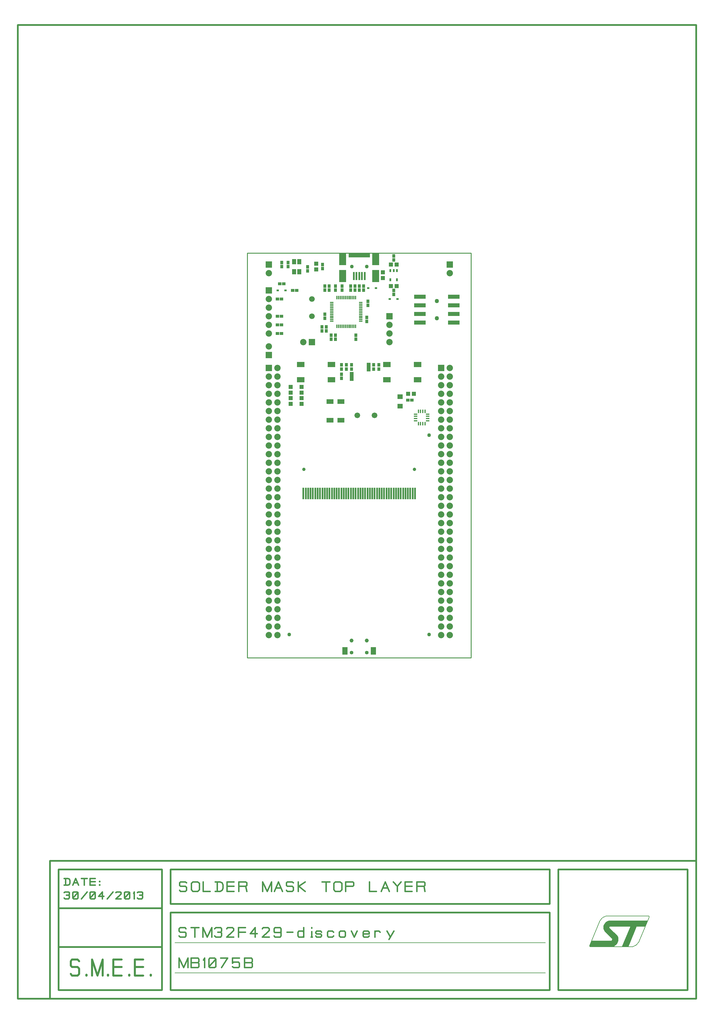
<source format=gbr>
G70*
%FSLAX55Y55*%
%ADD11C,0.01000*%
%ADD12C,0.00800*%
%ADD13C,0.02000*%
%ADD14R,0.03394X0.04094*%
%ADD15R,0.07394X0.07394*%
%ADD16C,0.07394*%
%ADD17R,0.04094X0.03394*%
%ADD18R,0.08268X0.05512*%
%ADD19R,0.08898X0.06378*%
%ADD20R,0.02756X0.02165*%
%ADD21R,0.04724X0.05118*%
%ADD22R,0.01994X0.03394*%
%ADD23C,0.06594*%
%ADD24R,0.13780X0.05118*%
%ADD25C,0.05000*%
%ADD26R,0.06394X0.05394*%
%ADD27R,0.05906X0.09054*%
%ADD28O,0.04331X0.04331*%
%ADD29C,0.04528*%
%ADD30R,0.05118X0.04724*%
%ADD31R,0.07394X0.07394*%
%ADD32R,0.04331X0.01181*%
%ADD33R,0.01181X0.04331*%
%ADD34O,0.04134X0.01575*%
%ADD35O,0.01575X0.04134*%
%ADD36R,0.02394X0.09449*%
%ADD37R,0.08268X0.14173*%
%ADD38R,0.24803X0.05118*%
%ADD39C,0.04331*%
%ADD40R,0.01969X0.13780*%
%ADD41C,0.03937*%
%ADD42R,0.04724X0.06299*%
%ADD43C,0.00100*%
%ADD44C,0.01394*%
%ADD45C,0.02480*%
%ADD46C,0.01575*%
%ADD47C,0.01500*%
D11*
X285882Y415262D02*
X545725Y415262D01*
X545725Y884947*
X285882Y884947*
X285882Y415262*
D12*
G36*
X685804Y86797D02*
X708758Y86807D01*
X709804Y88897*
X700804Y97897*
X699604Y100597*
X699604Y103897*
X699904Y105097*
X701104Y107197*
X702304Y108397*
X703804Y109297*
X705604Y109897*
X707704Y110197*
X750304Y110197*
X747904Y103897*
X747604Y103597*
X737704Y103597*
X728104Y80797*
X721204Y80797*
X730504Y102697*
X730504Y103597*
X706804Y103597*
X706204Y103297*
X705904Y102697*
X705904Y101797*
X706204Y101497*
X714904Y93097*
X715804Y91597*
X716104Y90097*
X716404Y89797*
X716404Y87097*
G75*
G02X711604Y80797I-08949J01839*
G01X683404Y80797*
X683404Y81397*
X685504Y86497*
X685804Y86797*
G37*
X708758Y86807*
X709804Y88897*
X700804Y97897*
X699604Y100597*
X699604Y103897*
X699904Y105097*
X701104Y107197*
X702304Y108397*
X703804Y109297*
X705604Y109897*
X707704Y110197*
X750304Y110197*
X747904Y103897*
X747604Y103597*
X737704Y103597*
X728104Y80797*
X721204Y80797*
X730504Y102697*
X730504Y103597*
X706804Y103597*
X706204Y103297*
X705904Y102697*
X705904Y101797*
X706204Y101497*
X714904Y93097*
X715804Y91597*
X716104Y90097*
X716404Y89797*
X716404Y87097*
G75*
G02X711604Y80797I-08949J01839*
G01X683404Y80797*
X683404Y81397*
X685504Y86497*
X685804Y86797*
X202051Y49689D02*
X632051Y49689D01*
D13*
X197051Y129689D02*
X637051Y129689D01*
X67050Y29689D02*
X187051Y29689D01*
D12*
X202051Y84689D02*
X632051Y84689D01*
D13*
X197051Y119689D02*
X637051Y119689D01*
D12*
X684004Y80197D02*
X683404Y80797D01*
X683404Y81397*
X695404Y110497*
G75*
G02X702004Y115597I08543J-04235*
G01X751804Y115597*
X752104Y115297*
X752104Y114097*
X740104Y85297*
G75*
G02X733504Y80197I-08825J04600*
G01X684004Y80197*
D13*
X637051Y129689D02*
X637051Y169689D01*
X57051Y179689D02*
X807051Y179689D01*
X67050Y124689D02*
X187051Y124689D01*
X67050Y169689D02*
X187051Y169689D01*
X197051Y169689D02*
X637051Y169689D01*
X197051Y29689D02*
X197051Y119689D01*
X197051Y129689D02*
X197051Y169689D01*
X67050Y29689D02*
X67050Y169689D01*
X637051Y29689D02*
X637051Y119689D01*
X647051Y169689D02*
X797051Y169689D01*
X647051Y29689D02*
X797051Y29689D01*
X19649Y19689D02*
X19649Y1149611D01*
X19649Y19689D02*
X807051Y19689D01*
X57051Y19689D02*
X57051Y179689D01*
X187051Y29689D02*
X187051Y169689D01*
X647051Y29689D02*
X647051Y169689D01*
X797051Y29689D02*
X797051Y169689D01*
X67050Y79689D02*
X187051Y79689D01*
X807051Y19689D02*
X807051Y1149611D01*
X197051Y29689D02*
X637051Y29689D01*
X19649Y1149611D02*
X807051Y1149611D01*
D14*
X395134Y755222D03*
X395134Y750498D03*
D15*
X450804Y811797D03*
D16*
X450804Y801797D03*
X450804Y791797D03*
X450804Y781797D03*
D17*
X323441Y849297D03*
X328166Y849297D03*
D18*
X394603Y690970D03*
X394603Y712624D03*
X382004Y712624D03*
X382004Y690970D03*
D19*
X383717Y737939D03*
X383717Y755655D03*
X347890Y755655D03*
X347890Y737939D03*
D14*
X395804Y846659D03*
X395804Y841935D03*
D17*
X320941Y801797D03*
X325666Y801797D03*
X320941Y811797D03*
X325666Y811797D03*
D20*
X321304Y841797D03*
X330304Y841797D03*
D14*
X388304Y846659D03*
X388304Y841935D03*
D17*
X476916Y714297D03*
X472191Y714297D03*
D14*
X395134Y744396D03*
X395134Y739671D03*
X375804Y846659D03*
X375804Y841935D03*
D21*
X479150Y721797D03*
X472457Y721797D03*
D17*
X320941Y831797D03*
X325666Y831797D03*
D22*
X459544Y864612D03*
X455804Y864612D03*
X452064Y864612D03*
X452064Y853982D03*
X459544Y853982D03*
D19*
X447890Y755655D03*
X447890Y737939D03*
X483717Y737939D03*
X483717Y755655D03*
D23*
X433556Y696777D03*
X413556Y696777D03*
D15*
X310804Y841797D03*
D16*
X310804Y831797D03*
X310804Y821797D03*
X310804Y811797D03*
X310804Y801797D03*
X310804Y791797D03*
D14*
X375804Y814159D03*
X375804Y809435D03*
D24*
X486119Y804297D03*
X525489Y804297D03*
X486119Y814297D03*
X525489Y814297D03*
X486119Y824297D03*
X525489Y824297D03*
X486119Y834297D03*
X525489Y834297D03*
D25*
X505804Y809297D03*
X505804Y829297D03*
D26*
X463304Y718547D03*
X463304Y707547D03*
D27*
X432241Y423333D03*
X399367Y423333D03*
D28*
X424564Y421463D03*
X407044Y421463D03*
D29*
X424564Y435242D03*
X407044Y435242D03*
D21*
X459150Y846797D03*
X452457Y846797D03*
D30*
X443304Y862644D03*
X443304Y855951D03*
D14*
X405804Y846659D03*
X405804Y841935D03*
X388245Y784947D03*
X388245Y789671D03*
X380804Y846659D03*
X380804Y841935D03*
D20*
X426304Y844297D03*
X435304Y844297D03*
D15*
X310804Y766797D03*
D16*
X310804Y776797D03*
D14*
X411867Y784947D03*
X411867Y789671D03*
X420804Y846659D03*
X420804Y841935D03*
X401040Y750498D03*
X401040Y755222D03*
D31*
X360804Y781797D03*
D16*
X350804Y781797D03*
D32*
X384071Y827624D03*
X384071Y825655D03*
X384071Y823687D03*
X384071Y821718D03*
X384071Y819750D03*
X384071Y817781D03*
X384071Y815813D03*
X384071Y813844D03*
X384071Y811876D03*
X384071Y809907D03*
X384071Y807939D03*
X384071Y805970D03*
D33*
X389977Y800065D03*
X391945Y800065D03*
X393914Y800065D03*
X395882Y800065D03*
X397851Y800065D03*
X399819Y800065D03*
X401788Y800065D03*
X403756Y800065D03*
X405725Y800065D03*
X407693Y800065D03*
X409662Y800065D03*
X411630Y800065D03*
D32*
X417536Y805970D03*
X417536Y807939D03*
X417536Y809907D03*
X417536Y811876D03*
X417536Y813844D03*
X417536Y815813D03*
X417536Y817781D03*
X417536Y819750D03*
X417536Y821718D03*
X417536Y823687D03*
X417536Y825655D03*
X417536Y827624D03*
D33*
X411630Y833529D03*
X409662Y833529D03*
X407693Y833529D03*
X405725Y833529D03*
X403756Y833529D03*
X401788Y833529D03*
X399819Y833529D03*
X397851Y833529D03*
X395882Y833529D03*
X393914Y833529D03*
X391945Y833529D03*
X389977Y833529D03*
D15*
X520804Y871797D03*
D16*
X520804Y861797D03*
D14*
X424662Y805616D03*
X424662Y810340D03*
D30*
X348875Y716837D03*
X348875Y710144D03*
D34*
X481217Y698136D03*
X481217Y695577D03*
X481217Y693018D03*
X481217Y690459D03*
D35*
X484465Y687211D03*
X487024Y687211D03*
X489583Y687211D03*
X492142Y687211D03*
D34*
X495390Y690459D03*
X495390Y693018D03*
X495390Y695577D03*
X495390Y698136D03*
D35*
X492142Y701384D03*
X489583Y701384D03*
X487024Y701384D03*
X484465Y701384D03*
D14*
X373304Y871659D03*
X373304Y866935D03*
X432536Y755222D03*
X432536Y750498D03*
X455804Y841659D03*
X455804Y836935D03*
D36*
X422092Y858470D03*
X418942Y858470D03*
X415792Y858470D03*
X412642Y858470D03*
X409492Y858470D03*
D37*
X396699Y858274D03*
X396699Y877959D03*
X434888Y858274D03*
X434888Y877959D03*
D38*
X415804Y882486D03*
D39*
X424442Y869297D03*
X407142Y869297D03*
D15*
X310804Y871797D03*
D16*
X310804Y861797D03*
D14*
X406945Y750498D03*
X406945Y755222D03*
D17*
X338441Y841797D03*
X343166Y841797D03*
D14*
X415804Y846659D03*
X415804Y841935D03*
X383323Y789671D03*
X383323Y784947D03*
X355804Y864435D03*
X355804Y869159D03*
X372497Y794789D03*
X372497Y799514D03*
X425804Y824435D03*
X425804Y829159D03*
D30*
X336079Y729632D03*
X336079Y722939D03*
D40*
X480567Y605931D03*
X477812Y605931D03*
X475056Y605931D03*
X472300Y605931D03*
X469544Y605931D03*
X466788Y605931D03*
X464032Y605931D03*
X461276Y605931D03*
X458520Y605931D03*
X455764Y605931D03*
X453008Y605931D03*
X450252Y605931D03*
X447497Y605931D03*
X444741Y605931D03*
X441985Y605931D03*
X439229Y605931D03*
X436473Y605931D03*
X433717Y605931D03*
X430961Y605931D03*
X428205Y605931D03*
X425449Y605931D03*
X422693Y605931D03*
X419938Y605931D03*
X417182Y605931D03*
X414426Y605931D03*
X411670Y605931D03*
X408914Y605931D03*
X406158Y605931D03*
X403402Y605931D03*
X400646Y605931D03*
X397890Y605931D03*
X395134Y605931D03*
X392378Y605931D03*
X389623Y605931D03*
X386867Y605931D03*
X384111Y605931D03*
X381355Y605931D03*
X378599Y605931D03*
X375843Y605931D03*
X373087Y605931D03*
X370331Y605931D03*
X367575Y605931D03*
X364819Y605931D03*
X362064Y605931D03*
X359308Y605931D03*
X356552Y605931D03*
X353796Y605931D03*
X351040Y605931D03*
D39*
X496906Y442545D03*
X496906Y673648D03*
X334701Y442545D03*
D41*
X351630Y633963D03*
X479977Y633963D03*
D30*
X336079Y716837D03*
X336079Y710144D03*
D14*
X410804Y846659D03*
X410804Y841935D03*
X438441Y750498D03*
X438441Y755222D03*
D21*
X459150Y871797D03*
X452457Y871797D03*
D30*
X365804Y872644D03*
X365804Y865951D03*
D20*
X460304Y831797D03*
X451304Y831797D03*
D17*
X320941Y791797D03*
X325666Y791797D03*
D14*
X377418Y794789D03*
X377418Y799514D03*
X325804Y869435D03*
X325804Y874159D03*
X333304Y869435D03*
X333304Y874159D03*
D42*
X340351Y863392D03*
X340351Y875203D03*
X346256Y875203D03*
X346256Y863392D03*
D30*
X348875Y729632D03*
X348875Y722939D03*
D14*
X455804Y876935D03*
X455804Y881659D03*
D23*
X360823Y811761D03*
X360823Y831761D03*
D15*
X310804Y751797D03*
D16*
X320804Y751797D03*
X310804Y741797D03*
X320804Y741797D03*
X310804Y731797D03*
X320804Y731797D03*
X310804Y721797D03*
X320804Y721797D03*
X310804Y711797D03*
X320804Y711797D03*
X310804Y701797D03*
X320804Y701797D03*
X310804Y691797D03*
X320804Y691797D03*
X310804Y681797D03*
X320804Y681797D03*
X310804Y671797D03*
X320804Y671797D03*
X310804Y661797D03*
X320804Y661797D03*
X310804Y651797D03*
X320804Y651797D03*
X310804Y641797D03*
X320804Y641797D03*
X310804Y631797D03*
X320804Y631797D03*
X310804Y621797D03*
X320804Y621797D03*
X310804Y611797D03*
X320804Y611797D03*
X310804Y601797D03*
X320804Y601797D03*
X310804Y591797D03*
X320804Y591797D03*
X310804Y581797D03*
X320804Y581797D03*
X310804Y571797D03*
X320804Y571797D03*
X310804Y561797D03*
X320804Y561797D03*
X310804Y551797D03*
X320804Y551797D03*
X310804Y541797D03*
X320804Y541797D03*
X310804Y531797D03*
X320804Y531797D03*
X310804Y521797D03*
X320804Y521797D03*
X310804Y511797D03*
X320804Y511797D03*
X310804Y501797D03*
X320804Y501797D03*
X310804Y491797D03*
X320804Y491797D03*
X310804Y481797D03*
X320804Y481797D03*
X310804Y471797D03*
X320804Y471797D03*
X310804Y461797D03*
X320804Y461797D03*
X310804Y451797D03*
X320804Y451797D03*
X310804Y441797D03*
X320804Y441797D03*
D43*
G36*
X428599Y747939D02*
X428599Y757781D01*
X424662Y757781*
X424662Y747939*
X428599Y747939*
G37*
X428599Y757781*
X424662Y757781*
X424662Y747939*
X428599Y747939*
D44*
X426630Y750892D03*
X426630Y755222D03*
D15*
X510804Y751797D03*
D16*
X520804Y751797D03*
X510804Y741797D03*
X520804Y741797D03*
X510804Y731797D03*
X520804Y731797D03*
X510804Y721797D03*
X520804Y721797D03*
X510804Y711797D03*
X520804Y711797D03*
X510804Y701797D03*
X520804Y701797D03*
X510804Y691797D03*
X520804Y691797D03*
X510804Y681797D03*
X520804Y681797D03*
X510804Y671797D03*
X520804Y671797D03*
X510804Y661797D03*
X520804Y661797D03*
X510804Y651797D03*
X520804Y651797D03*
X510804Y641797D03*
X520804Y641797D03*
X510804Y631797D03*
X520804Y631797D03*
X510804Y621797D03*
X520804Y621797D03*
X510804Y611797D03*
X520804Y611797D03*
X510804Y601797D03*
X520804Y601797D03*
X510804Y591797D03*
X520804Y591797D03*
X510804Y581797D03*
X520804Y581797D03*
X510804Y571797D03*
X520804Y571797D03*
X510804Y561797D03*
X520804Y561797D03*
X510804Y551797D03*
X520804Y551797D03*
X510804Y541797D03*
X520804Y541797D03*
X510804Y531797D03*
X520804Y531797D03*
X510804Y521797D03*
X520804Y521797D03*
X510804Y511797D03*
X520804Y511797D03*
X510804Y501797D03*
X520804Y501797D03*
X510804Y491797D03*
X520804Y491797D03*
X510804Y481797D03*
X520804Y481797D03*
X510804Y471797D03*
X520804Y471797D03*
X510804Y461797D03*
X520804Y461797D03*
X510804Y451797D03*
X520804Y451797D03*
X510804Y441797D03*
X520804Y441797D03*
D43*
G36*
X408914Y737112D02*
X408914Y746955D01*
X404977Y746955*
X404977Y737112*
X408914Y737112*
G37*
X408914Y746955*
X404977Y746955*
X404977Y737112*
X408914Y737112*
D44*
X406945Y740065D03*
X406945Y744396D03*
D45*
X80804Y41797D02*
X80804Y48687*
X82182Y46718D01*
X89071Y46718*
X90449Y48687*
X90449Y54592*
X89071Y56561*
X82182Y56561*
X80804Y58529*
X80804Y63451*
X82182Y65419*
X89071Y65419*
X90449Y63451*
X99406Y46718D02*
X99062Y46718D01*
X99062Y47703*
X99406Y47703*
X99406Y46718*
X105607Y46718D02*
X105607Y65419D01*
X111808Y46718*
X118008Y65419*
X118008Y46718*
X124209Y46718D02*
X123865Y46718D01*
X123865Y47703*
X124209Y47703*
X124209Y46718*
X140056Y46718D02*
X130410Y46718D01*
X130410Y65419*
X140056Y65419*
X140056Y56561D02*
X130410Y56561D01*
X149012Y46718D02*
X148668Y46718D01*
X148668Y47703*
X149012Y47703*
X149012Y46718*
X164859Y46718D02*
X155213Y46718D01*
X155213Y65419*
X164859Y65419*
X164859Y56561D02*
X155213Y56561D01*
X173815Y46718D02*
X173471Y46718D01*
X173471Y47703*
X173815Y47703*
X173815Y46718*
D46*
X207142Y141640D02*
X207142Y145659*
X208291Y144510D01*
X214032Y144510*
X215180Y145659*
X215180Y149104*
X214032Y150252*
X208291Y150252*
X207142Y151400*
X207142Y154271*
X208291Y155419*
X214032Y155419*
X215180Y154271*
X230108Y146233D02*
X228385Y144510D01*
X222644Y144510*
X220921Y146233*
X220921Y153697*
X222644Y155419*
X228385Y155419*
X230108Y153697*
X230108Y146233*
X242739Y144510D02*
X234701Y144510D01*
X234701Y155419*
X248480Y155419D02*
X254221Y155419D01*
X256518Y154271*
X257666Y151974*
X257666Y147955*
X256518Y145659*
X254221Y144510*
X248480Y144510*
X250776Y144510D02*
X250776Y155419D01*
X270297Y144510D02*
X262259Y144510D01*
X262259Y155419*
X270297Y155419*
X270297Y150252D02*
X262259Y150252D01*
X276038Y144510D02*
X276038Y155419D01*
X284076Y155419*
X285225Y154271*
X285225Y151400*
X284076Y150252*
X276038Y150252*
X282928Y150252D02*
X284076Y150252D01*
X285225Y144510*
X299004Y141640D02*
X303597Y144510*
X303597Y155419D01*
X308764Y144510*
X313931Y155419*
X313931Y144510*
X317376Y144510D02*
X321969Y155419D01*
X326562Y144510*
X319098Y148529D02*
X324840Y148529D01*
X331155Y145659D02*
X332303Y144510D01*
X338045Y144510*
X339193Y145659*
X339193Y149104*
X338045Y150252*
X332303Y150252*
X331155Y151400*
X331155Y154271*
X332303Y155419*
X338045Y155419*
X339193Y154271*
X344934Y144510D02*
X344934Y155419D01*
X344934Y150252D02*
X345509Y150252D01*
X352972Y155419*
X345509Y150252D02*
X352972Y144510D01*
X367900Y141640D02*
X372493Y155419*
X381679Y155419D01*
X377086Y155419D02*
X377086Y144510D01*
X395458Y146233D02*
X393736Y144510D01*
X387994Y144510*
X386272Y146233*
X386272Y153697*
X387994Y155419*
X393736Y155419*
X395458Y153697*
X395458Y146233*
X400051Y144510D02*
X400051Y155419D01*
X408089Y155419*
X409238Y154271*
X409238Y151400*
X408089Y150252*
X400051Y150252*
X423017Y141640D02*
X435648Y144510*
X427610Y144510D01*
X427610Y155419*
X441389Y144510D02*
X445982Y155419D01*
X450575Y144510*
X443111Y148529D02*
X448853Y148529D01*
X455168Y155419D02*
X459761Y150252D01*
X464354Y155419*
X459761Y150252D02*
X459761Y144510D01*
X476985Y144510D02*
X468947Y144510D01*
X468947Y155419*
X476985Y155419*
X476985Y150252D02*
X468947Y150252D01*
X482726Y144510D02*
X482726Y155419D01*
X490765Y155419*
X491913Y154271*
X491913Y151400*
X490765Y150252*
X482726Y150252*
X489616Y150252D02*
X490765Y150252D01*
X491913Y144510*
D47*
X73284Y149514D02*
X73284Y159514*
X77451Y159514D01*
X79117Y158680*
X79951Y157014*
X79951Y154097*
X79117Y152430*
X77451Y151597*
X73284Y151597*
X74951Y151597D02*
X74951Y159514D01*
X83284Y151597D02*
X86617Y159514D01*
X89950Y151597*
X84534Y154514D02*
X88700Y154514D01*
X93283Y159514D02*
X99950Y159514D01*
X96617Y159514D02*
X96617Y151597D01*
X109116Y151597D02*
X103283Y151597D01*
X103283Y159514*
X109116Y159514*
X109116Y155764D02*
X103283Y155764D01*
X114533Y151597D02*
X114324Y151597D01*
X114324Y152014*
X114533Y152014*
X114533Y151597*
X114533Y155764D02*
X114324Y155764D01*
X114324Y156180*
X114533Y156180*
X114533Y155764*
X73284Y133766D02*
X73284Y142932*
X74117Y143766D01*
X78284Y143766*
X79117Y142932*
X79117Y140849*
X78284Y140016*
X75784Y140016*
X78284Y140016*
X79117Y139182*
X79117Y137099*
X78284Y135849*
X74117Y135849*
X73284Y136682*
X89117Y136682D02*
X88284Y135849D01*
X84117Y135849*
X83284Y136682*
X83284Y142932*
X84117Y143766*
X88284Y143766*
X89117Y142932*
X89117Y136682*
X83284Y136682D02*
X89117Y142932D01*
X93283Y135849D02*
X99950Y143766D01*
X109116Y136682D02*
X108283Y135849D01*
X104116Y135849*
X103283Y136682*
X103283Y142932*
X104116Y143766*
X108283Y143766*
X109116Y142932*
X109116Y136682*
X103283Y136682D02*
X109116Y142932D01*
X117449Y135849D02*
X117449Y143766D01*
X113283Y138766*
X119116Y138766*
X123282Y135849D02*
X129949Y143766D01*
X133282Y142932D02*
X134115Y143766D01*
X138282Y143766*
X139115Y142932*
X139115Y141266*
X138282Y140432*
X133282Y135849*
X139115Y135849*
X149115Y136682D02*
X148282Y135849D01*
X144115Y135849*
X143282Y136682*
X143282Y142932*
X144115Y143766*
X148282Y143766*
X149115Y142932*
X149115Y136682*
X143282Y136682D02*
X149115Y142932D01*
X154740Y135849D02*
X154740Y143766D01*
X153906Y142099*
X158281Y142932D02*
X159115Y143766D01*
X163281Y143766*
X164115Y142932*
X164115Y140849*
X163281Y140016*
X160781Y140016*
X163281Y140016*
X164115Y139182*
X164115Y137099*
X163281Y135849*
X159115Y135849*
X158281Y136682*
D46*
X206657Y53154D02*
X206657Y56025*
X206657Y66934D01*
X211824Y56025*
X216992Y66934*
X216992Y56025*
X220436Y56025D02*
X220436Y66934D01*
X228474Y66934*
X229623Y65785*
X229623Y62914*
X228474Y61766*
X220436Y61766D02*
X228474Y61766D01*
X229623Y60618*
X229623Y57173*
X228474Y56025*
X220436Y56025*
X236225Y56025D02*
X236225Y66934D01*
X235077Y64637*
X249143Y57173D02*
X247995Y56025D01*
X242253Y56025*
X241105Y57173*
X241105Y65785*
X242253Y66934*
X247995Y66934*
X249143Y65785*
X249143Y57173*
X241105Y57173D02*
X249143Y65785D01*
X254884Y66934D02*
X262922Y66934D01*
X256033Y56025*
X268664Y57173D02*
X269812Y56025D01*
X275553Y56025*
X276702Y57173*
X276702Y61192*
X275553Y62340*
X269812Y62340*
X268664Y61192*
X268664Y66934*
X276702Y66934*
X282443Y56025D02*
X282443Y66934D01*
X290481Y66934*
X291629Y65785*
X291629Y62914*
X290481Y61766*
X282443Y61766D02*
X290481Y61766D01*
X291629Y60618*
X291629Y57173*
X290481Y56025*
X282443Y56025*
X206657Y88587D02*
X206657Y92606*
X207805Y91458D01*
X213547Y91458*
X214695Y92606*
X214695Y96051*
X213547Y97199*
X207805Y97199*
X206657Y98348*
X206657Y101218*
X207805Y102367*
X213547Y102367*
X214695Y101218*
X220436Y102367D02*
X229623Y102367D01*
X225029Y102367D02*
X225029Y91458D01*
X234216Y91458D02*
X234216Y102367D01*
X239383Y91458*
X244550Y102367*
X244550Y91458*
X247995Y101218D02*
X249143Y102367D01*
X254884Y102367*
X256033Y101218*
X256033Y98348*
X254884Y97199*
X251440Y97199*
X254884Y97199*
X256033Y96051*
X256033Y93180*
X254884Y91458*
X249143Y91458*
X247995Y92606*
X261774Y101218D02*
X262922Y102367D01*
X268664Y102367*
X269812Y101218*
X269812Y98922*
X268664Y97773*
X261774Y91458*
X269812Y91458*
X275553Y91458D02*
X275553Y102367D01*
X283591Y102367*
X283591Y97199D02*
X275553Y97199D01*
X295074Y91458D02*
X295074Y102367D01*
X289332Y95477*
X297370Y95477*
X303112Y101218D02*
X304260Y102367D01*
X310001Y102367*
X311150Y101218*
X311150Y98922*
X310001Y97773*
X303112Y91458*
X311150Y91458*
X324929Y97773D02*
X323781Y96625D01*
X317465Y96625*
X316891Y97773*
X316891Y101218*
X318039Y102367*
X323781Y102367*
X324929Y101218*
X324929Y92606*
X323781Y91458*
X318039Y91458*
X316891Y92606*
X331818Y97199D02*
X338708Y97199D01*
X351339Y97199D02*
X350191Y98348D01*
X345597Y98348*
X344449Y97199*
X344449Y92606*
X345597Y91458*
X350191Y91458*
X351339Y92606*
X351339Y91458D02*
X351339Y102367D01*
X360525Y91458D02*
X360525Y97773D01*
X360525Y101792D02*
X360525Y102367D01*
X359951Y91458D02*
X361099Y91458D01*
X365118Y92606D02*
X366266Y91458D01*
X370859Y91458*
X372008Y92606*
X372008Y93754*
X370859Y94903*
X366266Y94903*
X365118Y96051*
X365118Y97199*
X366266Y98348*
X370859Y98348*
X372008Y97199*
X385787Y97199D02*
X384639Y98348D01*
X380046Y98348*
X378897Y97199*
X378897Y92606*
X380046Y91458*
X384639Y91458*
X385787Y92606*
X399566Y97199D02*
X398418Y98348D01*
X393825Y98348*
X392676Y97199*
X392676Y92606*
X393825Y91458*
X398418Y91458*
X399566Y92606*
X399566Y97199*
X406456Y98348D02*
X409901Y91458D01*
X413345Y98348*
X420235Y94903D02*
X427125Y94903D01*
X427125Y97199*
X425976Y98348*
X421383Y98348*
X420235Y97199*
X420235Y92606*
X421383Y91458*
X425976Y91458*
X427125Y92606*
X434014Y91458D02*
X434014Y98348D01*
X434014Y97199D02*
X435162Y98348D01*
X438607Y98348*
X439756Y97199*
X447793Y98348D02*
X451812Y91458D01*
X455831Y98348D02*
X450090Y88587D01*
M02*

</source>
